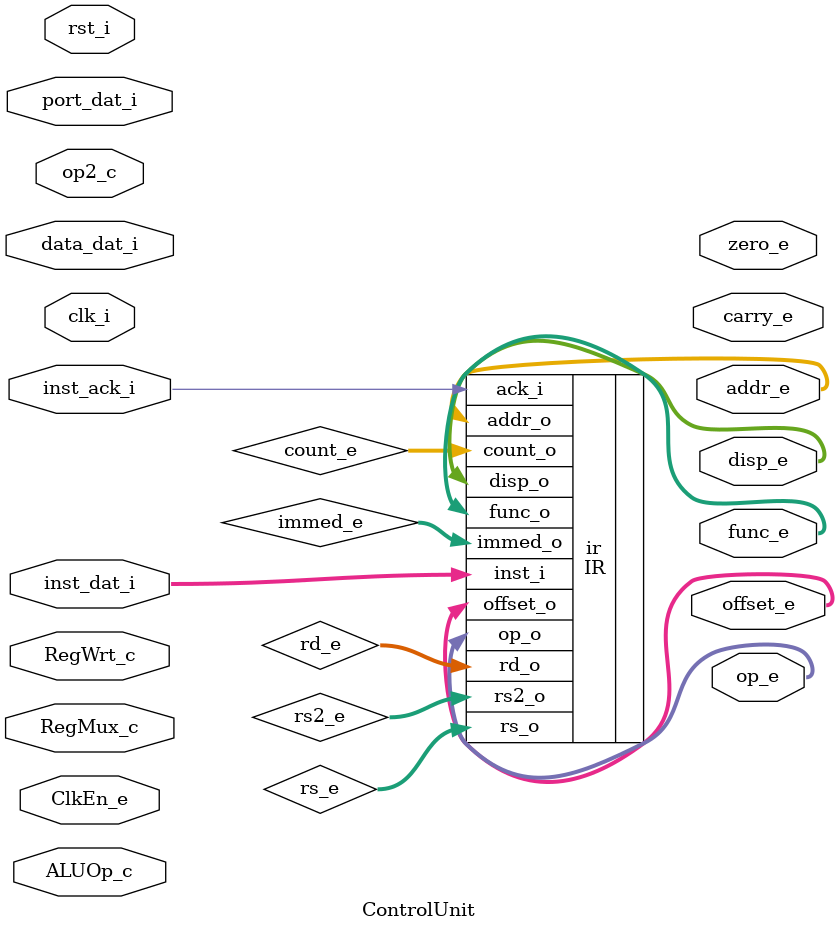
<source format=sv>
module ControlUnit (
	input  logic					clk_i,
	input  logic				 ClkEn_e,
	input  logic					rst_i,
	input  logic				RegWrt_c,
	input  logic [17:0] 	 inst_dat_i,
	input  logic			 inst_ack_i,
	input  logic  [7:0]	 data_dat_i,
	input  logic  [7:0]	 port_dat_i,
	input  logic  [1:0]		RegMux_c,
	input  logic					op2_c,
	input  logic  [3:0]		 ALUOp_c,
	output logic  [2:0]	 		 op_e,
	output logic  [2:0]		  func_e,
	output logic [11:0]	 	  addr_e,
	output logic  [7:0]	 	  disp_e,
	output logic  [7:0] 		offset_e,
	output logic				 carry_e,
	output logic				  zero_e
);

	logic [2:0]		rs_e;
	logic [2:0]	  rs2_e;
	logic [2:0]		rd_e;
	logic [7:0] immed_e;
	logic [2:0]	count_e;
	logic	[7:0]	  dat_e;
	logic [7:0]	  ALU_e;
	
	
	IR ir (
		.inst_i(inst_dat_i),
		.ack_i(inst_ack_i),
		.op_o(op_e),
		.func_o(func_e),
		.addr_o(addr_e),
		.disp_o(disp_e),
		.offset_o(offset_e),
		.rs_o(rs_e),
		.rs2_o(rs2_e),
		.rd_o(rd_e),
		.immed_o(immed_e),
		.count_o(count_e)
	);
	
	
	always_comb begin
		case (RegMux_c)
			2'b00 : dat_e = ALU_e;
			2'b01 : dat_e = data_dat_i;
			2'b10 : dat_e = port_dat_i;
			default: dat_e = 8'hxx;
		endcase
	end
	
endmodule

</source>
